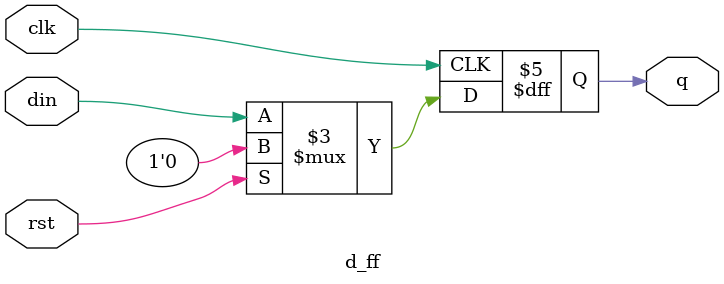
<source format=v>
`timescale 1ns / 1ps
module piso(q3,din,clk,rst,load);
output q3;
input [3:0]din;
input clk;
input rst;
input load;
wire s1,s2,s3;
wire [2:0]q;
assign s1= ((q[0] & load)|(~load & din[1]));
assign s2= ((q[1] & load)|(~load & din[2]));
assign s3= ((q[2] & load)|(~load & din[3]));
d_ff d1(q[0],din[0],clk,rst);
d_ff d2(q[1],s1,clk,rst);
d_ff d3(q[2],s2,clk,rst);
d_ff d4(q3,s3,clk,rst);
endmodule

module d_ff(q,din,clk,rst);
output reg q;

input din,clk,rst;
always @(posedge clk)
if(rst)
begin
q<=0;
end
else
begin
q<=din;
end

endmodule

</source>
